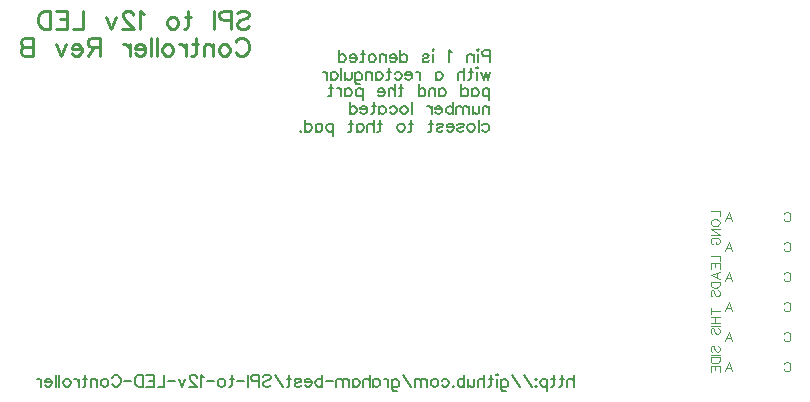
<source format=gbr>
G04 DipTrace 2.4.0.1*
%INBottomSilk.gbr*%
%MOMM*%
%ADD88C,0.157*%
%ADD89C,0.235*%
%ADD90C,0.118*%
%FSLAX53Y53*%
G04*
G71*
G90*
G75*
G01*
%LNBotSilk*%
%LPD*%
X74436Y26011D2*
D90*
X75202D1*
Y25574D1*
X74436Y25120D2*
X74473Y25193D1*
X74546Y25265D1*
X74618Y25303D1*
X74728Y25339D1*
X74911D1*
X75019Y25303D1*
X75092Y25265D1*
X75165Y25193D1*
X75202Y25120D1*
Y24974D1*
X75165Y24902D1*
X75092Y24828D1*
X75019Y24792D1*
X74911Y24756D1*
X74728D1*
X74618Y24792D1*
X74546Y24828D1*
X74473Y24902D1*
X74436Y24974D1*
Y25120D1*
Y24010D2*
X75202D1*
X74436Y24521D1*
X75202D1*
X74618Y23228D2*
X74546Y23264D1*
X74473Y23338D1*
X74436Y23410D1*
Y23556D1*
X74473Y23629D1*
X74546Y23702D1*
X74618Y23739D1*
X74728Y23775D1*
X74911D1*
X75019Y23739D1*
X75092Y23702D1*
X75165Y23629D1*
X75202Y23556D1*
Y23410D1*
X75165Y23338D1*
X75092Y23264D1*
X75019Y23228D1*
X74911D1*
Y23410D1*
X74436Y22252D2*
X75202D1*
Y21815D1*
X74436Y21106D2*
Y21580D1*
X75202D1*
Y21106D1*
X74801Y21580D2*
Y21288D1*
X75202Y20287D2*
X74436Y20580D1*
X75202Y20871D1*
X74947Y20762D2*
Y20397D1*
X74436Y20052D2*
X75202D1*
Y19797D1*
X75165Y19687D1*
X75092Y19614D1*
X75019Y19578D1*
X74911Y19542D1*
X74728D1*
X74618Y19578D1*
X74546Y19614D1*
X74473Y19687D1*
X74436Y19797D1*
Y20052D1*
X74546Y18796D2*
X74473Y18868D1*
X74436Y18978D1*
Y19124D1*
X74473Y19233D1*
X74546Y19306D1*
X74618D1*
X74692Y19269D1*
X74728Y19233D1*
X74764Y19161D1*
X74837Y18942D1*
X74873Y18868D1*
X74911Y18832D1*
X74983Y18796D1*
X75092D1*
X75165Y18868D1*
X75202Y18978D1*
Y19124D1*
X75165Y19233D1*
X75092Y19306D1*
X74436Y17565D2*
X75202D1*
X74436Y17820D2*
Y17309D1*
Y17074D2*
X75202D1*
X74436Y16564D2*
X75202D1*
X74801Y17074D2*
Y16564D1*
X74436Y16328D2*
X75202D1*
X74546Y15583D2*
X74473Y15655D1*
X74436Y15765D1*
Y15910D1*
X74473Y16020D1*
X74546Y16093D1*
X74618D1*
X74692Y16056D1*
X74728Y16020D1*
X74764Y15947D1*
X74837Y15728D1*
X74873Y15655D1*
X74911Y15619D1*
X74983Y15583D1*
X75092D1*
X75165Y15655D1*
X75202Y15765D1*
Y15910D1*
X75165Y16020D1*
X75092Y16093D1*
X74546Y14096D2*
X74473Y14169D1*
X74436Y14278D1*
Y14424D1*
X74473Y14533D1*
X74546Y14607D1*
X74618D1*
X74692Y14570D1*
X74728Y14533D1*
X74764Y14461D1*
X74837Y14242D1*
X74873Y14169D1*
X74911Y14133D1*
X74983Y14096D1*
X75092D1*
X75165Y14169D1*
X75202Y14278D1*
Y14424D1*
X75165Y14533D1*
X75092Y14607D1*
X74436Y13861D2*
X75202D1*
X74436Y13626D2*
X75202D1*
Y13371D1*
X75165Y13261D1*
X75092Y13188D1*
X75019Y13152D1*
X74911Y13115D1*
X74728D1*
X74618Y13152D1*
X74546Y13188D1*
X74473Y13261D1*
X74436Y13371D1*
Y13626D1*
Y12407D2*
Y12880D1*
X75202D1*
Y12407D1*
X74801Y12880D2*
Y12589D1*
X34326Y42760D2*
D89*
X34471Y42907D1*
X34690Y42979D1*
X34982D1*
X35201Y42907D1*
X35347Y42760D1*
Y42615D1*
X35273Y42469D1*
X35201Y42396D1*
X35056Y42324D1*
X34618Y42177D1*
X34471Y42105D1*
X34399Y42031D1*
X34326Y41886D1*
Y41667D1*
X34471Y41522D1*
X34690Y41448D1*
X34982D1*
X35201Y41522D1*
X35347Y41667D1*
X33856Y42177D2*
X33199D1*
X32982Y42250D1*
X32907Y42324D1*
X32835Y42469D1*
Y42688D1*
X32907Y42833D1*
X32982Y42907D1*
X33199Y42979D1*
X33856D1*
Y41448D1*
X32364Y42979D2*
Y41448D1*
X30193Y42979D2*
Y41739D1*
X30121Y41522D1*
X29974Y41448D1*
X29830D1*
X30412Y42469D2*
X29902D1*
X28995D2*
X29140Y42396D1*
X29287Y42250D1*
X29359Y42031D1*
Y41886D1*
X29287Y41667D1*
X29140Y41522D1*
X28995Y41448D1*
X28776D1*
X28630Y41522D1*
X28485Y41667D1*
X28411Y41886D1*
Y42031D1*
X28485Y42250D1*
X28630Y42396D1*
X28776Y42469D1*
X28995D1*
X26459Y42686D2*
X26312Y42760D1*
X26093Y42977D1*
Y41448D1*
X25548Y42614D2*
Y42686D1*
X25476Y42833D1*
X25403Y42905D1*
X25257Y42977D1*
X24965D1*
X24821Y42905D1*
X24748Y42833D1*
X24674Y42686D1*
Y42541D1*
X24748Y42395D1*
X24893Y42177D1*
X25622Y41448D1*
X24602D1*
X24131Y42469D2*
X23693Y41448D1*
X23257Y42469D1*
X21305Y42979D2*
Y41448D1*
X20430D1*
X19013Y42979D2*
X19960D1*
Y41448D1*
X19013D1*
X19960Y42250D2*
X19377D1*
X18542Y42979D2*
Y41448D1*
X18032D1*
X17813Y41522D1*
X17666Y41667D1*
X17594Y41813D1*
X17522Y42031D1*
Y42396D1*
X17594Y42615D1*
X17666Y42760D1*
X17813Y42907D1*
X18032Y42979D1*
X18542D1*
X34217Y40315D2*
X34290Y40460D1*
X34436Y40607D1*
X34581Y40679D1*
X34873D1*
X35019Y40607D1*
X35164Y40460D1*
X35238Y40315D1*
X35311Y40096D1*
Y39731D1*
X35238Y39513D1*
X35164Y39367D1*
X35019Y39222D1*
X34873Y39148D1*
X34581D1*
X34436Y39222D1*
X34290Y39367D1*
X34217Y39513D1*
X33383Y40169D2*
X33528Y40096D1*
X33674Y39950D1*
X33747Y39731D1*
Y39586D1*
X33674Y39367D1*
X33528Y39222D1*
X33383Y39148D1*
X33164D1*
X33017Y39222D1*
X32872Y39367D1*
X32798Y39586D1*
Y39731D1*
X32872Y39950D1*
X33017Y40096D1*
X33164Y40169D1*
X33383D1*
X32328D2*
Y39148D1*
Y39877D2*
X32109Y40096D1*
X31962Y40169D1*
X31745D1*
X31598Y40096D1*
X31526Y39877D1*
Y39148D1*
X30836Y40679D2*
Y39439D1*
X30764Y39222D1*
X30617Y39148D1*
X30472D1*
X31055Y40169D2*
X30545D1*
X30002D2*
Y39148D1*
Y39731D2*
X29928Y39950D1*
X29783Y40096D1*
X29636Y40169D1*
X29417D1*
X28583D2*
X28728Y40096D1*
X28874Y39950D1*
X28947Y39731D1*
Y39586D1*
X28874Y39367D1*
X28728Y39222D1*
X28583Y39148D1*
X28364D1*
X28217Y39222D1*
X28072Y39367D1*
X27998Y39586D1*
Y39731D1*
X28072Y39950D1*
X28217Y40096D1*
X28364Y40169D1*
X28583D1*
X27528Y40679D2*
Y39148D1*
X27057Y40679D2*
Y39148D1*
X26586Y39731D2*
X25712D1*
Y39877D1*
X25785Y40024D1*
X25857Y40096D1*
X26004Y40169D1*
X26223D1*
X26367Y40096D1*
X26514Y39950D1*
X26586Y39731D1*
Y39586D1*
X26514Y39367D1*
X26367Y39222D1*
X26223Y39148D1*
X26004D1*
X25857Y39222D1*
X25712Y39367D1*
X25242Y40169D2*
Y39148D1*
Y39731D2*
X25167Y39950D1*
X25023Y40096D1*
X24876Y40169D1*
X24657D1*
X22705Y39950D2*
X22050D1*
X21831Y40024D1*
X21757Y40096D1*
X21684Y40241D1*
Y40388D1*
X21757Y40533D1*
X21831Y40607D1*
X22050Y40679D1*
X22705D1*
Y39148D1*
X22195Y39950D2*
X21684Y39148D1*
X21214Y39731D2*
X20339D1*
Y39877D1*
X20412Y40024D1*
X20484Y40096D1*
X20631Y40169D1*
X20850D1*
X20995Y40096D1*
X21141Y39950D1*
X21214Y39731D1*
Y39586D1*
X21141Y39367D1*
X20995Y39222D1*
X20850Y39148D1*
X20631D1*
X20484Y39222D1*
X20339Y39367D1*
X19869Y40169D2*
X19431Y39148D1*
X18994Y40169D1*
X17042Y40679D2*
Y39148D1*
X16385D1*
X16166Y39222D1*
X16094Y39294D1*
X16022Y39439D1*
Y39658D1*
X16094Y39805D1*
X16166Y39877D1*
X16385Y39950D1*
X16166Y40024D1*
X16094Y40096D1*
X16022Y40241D1*
Y40388D1*
X16094Y40533D1*
X16166Y40607D1*
X16385Y40679D1*
X17042D1*
Y39950D2*
X16385D1*
X62847Y12151D2*
D88*
Y11131D1*
Y11617D2*
X62701Y11763D1*
X62604Y11811D1*
X62458D1*
X62361Y11763D1*
X62313Y11617D1*
Y11131D1*
X61853Y12151D2*
Y11325D1*
X61805Y11180D1*
X61707Y11131D1*
X61611D1*
X61999Y11811D2*
X61659D1*
X61151Y12151D2*
Y11325D1*
X61103Y11180D1*
X61005Y11131D1*
X60908D1*
X61297Y11811D2*
X60957D1*
X60595D2*
Y10790D1*
Y11665D2*
X60497Y11762D1*
X60400Y11811D1*
X60254D1*
X60157Y11762D1*
X60060Y11665D1*
X60011Y11519D1*
Y11421D1*
X60060Y11277D1*
X60157Y11179D1*
X60254Y11131D1*
X60400D1*
X60497Y11179D1*
X60595Y11277D1*
X59647Y11811D2*
X59697Y11762D1*
X59647Y11713D1*
X59599Y11762D1*
X59647Y11811D1*
Y11228D2*
X59697Y11179D1*
X59647Y11131D1*
X59599Y11179D1*
X59647Y11228D1*
X59285Y11131D2*
X58605Y12150D1*
X58291Y11131D2*
X57610Y12150D1*
X56714Y11763D2*
Y10985D1*
X56762Y10840D1*
X56810Y10790D1*
X56908Y10742D1*
X57054D1*
X57151Y10790D1*
X56714Y11617D2*
X56810Y11713D1*
X56908Y11763D1*
X57054D1*
X57151Y11713D1*
X57248Y11617D1*
X57297Y11471D1*
Y11373D1*
X57248Y11228D1*
X57151Y11131D1*
X57054Y11082D1*
X56908D1*
X56810Y11131D1*
X56714Y11228D1*
X56400Y12151D2*
X56352Y12103D1*
X56302Y12151D1*
X56352Y12201D1*
X56400Y12151D1*
X56352Y11811D2*
Y11131D1*
X55843Y12151D2*
Y11325D1*
X55794Y11180D1*
X55697Y11131D1*
X55600D1*
X55989Y11811D2*
X55648D1*
X55286Y12151D2*
Y11131D1*
Y11617D2*
X55140Y11763D1*
X55043Y11811D1*
X54897D1*
X54800Y11763D1*
X54752Y11617D1*
Y11131D1*
X54438Y11811D2*
Y11325D1*
X54390Y11180D1*
X54292Y11131D1*
X54146D1*
X54049Y11180D1*
X53903Y11325D1*
Y11811D2*
Y11131D1*
X53590Y12151D2*
Y11131D1*
Y11665D2*
X53492Y11763D1*
X53395Y11811D1*
X53249D1*
X53153Y11763D1*
X53055Y11665D1*
X53007Y11519D1*
Y11423D1*
X53055Y11277D1*
X53153Y11180D1*
X53249Y11131D1*
X53395D1*
X53492Y11180D1*
X53590Y11277D1*
X52645Y11228D2*
X52693Y11179D1*
X52645Y11131D1*
X52595Y11179D1*
X52645Y11228D1*
X51698Y11665D2*
X51795Y11763D1*
X51893Y11811D1*
X52038D1*
X52136Y11763D1*
X52232Y11665D1*
X52282Y11519D1*
Y11423D1*
X52232Y11277D1*
X52136Y11180D1*
X52038Y11131D1*
X51893D1*
X51795Y11180D1*
X51698Y11277D1*
X51141Y11811D2*
X51238Y11763D1*
X51336Y11665D1*
X51384Y11519D1*
Y11423D1*
X51336Y11277D1*
X51238Y11180D1*
X51141Y11131D1*
X50995D1*
X50898Y11180D1*
X50801Y11277D1*
X50752Y11423D1*
Y11519D1*
X50801Y11665D1*
X50898Y11763D1*
X50995Y11811D1*
X51141D1*
X50438D2*
Y11131D1*
Y11617D2*
X50292Y11763D1*
X50194Y11811D1*
X50049D1*
X49952Y11763D1*
X49903Y11617D1*
Y11131D1*
Y11617D2*
X49757Y11763D1*
X49660Y11811D1*
X49515D1*
X49417Y11763D1*
X49368Y11617D1*
Y11131D1*
X49054D2*
X48373Y12150D1*
X47477Y11763D2*
Y10985D1*
X47525Y10840D1*
X47573Y10790D1*
X47671Y10742D1*
X47817D1*
X47914Y10790D1*
X47477Y11617D2*
X47573Y11713D1*
X47671Y11763D1*
X47817D1*
X47914Y11713D1*
X48011Y11617D1*
X48060Y11471D1*
Y11373D1*
X48011Y11228D1*
X47914Y11131D1*
X47817Y11082D1*
X47671D1*
X47573Y11131D1*
X47477Y11228D1*
X47163Y11811D2*
Y11131D1*
Y11519D2*
X47114Y11665D1*
X47017Y11763D1*
X46919Y11811D1*
X46773D1*
X45877D2*
Y11131D1*
Y11665D2*
X45973Y11763D1*
X46071Y11811D1*
X46216D1*
X46314Y11763D1*
X46410Y11665D1*
X46460Y11519D1*
Y11423D1*
X46410Y11277D1*
X46314Y11180D1*
X46216Y11131D1*
X46071D1*
X45973Y11180D1*
X45877Y11277D1*
X45563Y12151D2*
Y11131D1*
Y11617D2*
X45417Y11763D1*
X45319Y11811D1*
X45173D1*
X45077Y11763D1*
X45028Y11617D1*
Y11131D1*
X44132Y11811D2*
Y11131D1*
Y11665D2*
X44228Y11763D1*
X44326Y11811D1*
X44471D1*
X44569Y11763D1*
X44665Y11665D1*
X44715Y11519D1*
Y11423D1*
X44665Y11277D1*
X44569Y11180D1*
X44471Y11131D1*
X44326D1*
X44228Y11180D1*
X44132Y11277D1*
X43818Y11811D2*
Y11131D1*
Y11617D2*
X43672Y11763D1*
X43574Y11811D1*
X43430D1*
X43332Y11763D1*
X43284Y11617D1*
Y11131D1*
Y11617D2*
X43138Y11763D1*
X43040Y11811D1*
X42895D1*
X42797Y11763D1*
X42748Y11617D1*
Y11131D1*
X42434Y11640D2*
X41873D1*
X41559Y12151D2*
Y11131D1*
Y11665D2*
X41461Y11763D1*
X41365Y11811D1*
X41219D1*
X41122Y11763D1*
X41024Y11665D1*
X40976Y11519D1*
Y11423D1*
X41024Y11277D1*
X41122Y11180D1*
X41219Y11131D1*
X41365D1*
X41461Y11180D1*
X41559Y11277D1*
X40662Y11519D2*
X40079D1*
Y11617D1*
X40128Y11715D1*
X40176Y11763D1*
X40274Y11811D1*
X40420D1*
X40516Y11763D1*
X40614Y11665D1*
X40662Y11519D1*
Y11423D1*
X40614Y11277D1*
X40516Y11180D1*
X40420Y11131D1*
X40274D1*
X40176Y11180D1*
X40079Y11277D1*
X39231Y11665D2*
X39279Y11763D1*
X39425Y11811D1*
X39571D1*
X39717Y11763D1*
X39766Y11665D1*
X39717Y11569D1*
X39620Y11519D1*
X39377Y11471D1*
X39279Y11423D1*
X39231Y11325D1*
Y11277D1*
X39279Y11180D1*
X39425Y11131D1*
X39571D1*
X39717Y11180D1*
X39766Y11277D1*
X38771Y12151D2*
Y11325D1*
X38723Y11180D1*
X38625Y11131D1*
X38529D1*
X38917Y11811D2*
X38577D1*
X38215Y11131D2*
X37534Y12150D1*
X36540Y12005D2*
X36637Y12103D1*
X36783Y12151D1*
X36977D1*
X37123Y12103D1*
X37221Y12005D1*
Y11909D1*
X37171Y11811D1*
X37123Y11763D1*
X37026Y11715D1*
X36734Y11617D1*
X36637Y11569D1*
X36588Y11519D1*
X36540Y11423D1*
Y11277D1*
X36637Y11180D1*
X36783Y11131D1*
X36977D1*
X37123Y11180D1*
X37221Y11277D1*
X36226Y11617D2*
X35788D1*
X35644Y11665D1*
X35594Y11715D1*
X35546Y11811D1*
Y11957D1*
X35594Y12054D1*
X35644Y12103D1*
X35788Y12151D1*
X36226D1*
Y11131D1*
X35232Y12151D2*
Y11131D1*
X34918Y11640D2*
X34357D1*
X33897Y12151D2*
Y11325D1*
X33849Y11180D1*
X33751Y11131D1*
X33655D1*
X34043Y11811D2*
X33703D1*
X33098D2*
X33195Y11763D1*
X33292Y11665D1*
X33341Y11519D1*
Y11423D1*
X33292Y11277D1*
X33195Y11180D1*
X33098Y11131D1*
X32952D1*
X32854Y11180D1*
X32758Y11277D1*
X32708Y11423D1*
Y11519D1*
X32758Y11665D1*
X32854Y11763D1*
X32952Y11811D1*
X33098D1*
X32395Y11640D2*
X31833D1*
X31519Y11956D2*
X31422Y12005D1*
X31276Y12150D1*
Y11131D1*
X30913Y11908D2*
Y11956D1*
X30864Y12054D1*
X30816Y12102D1*
X30718Y12150D1*
X30524D1*
X30427Y12102D1*
X30379Y12054D1*
X30330Y11956D1*
Y11859D1*
X30379Y11762D1*
X30476Y11617D1*
X30962Y11131D1*
X30281D1*
X29968Y11811D2*
X29676Y11131D1*
X29385Y11811D1*
X29071Y11640D2*
X28510D1*
X28196Y12151D2*
Y11131D1*
X27613D1*
X26668Y12151D2*
X27299D1*
Y11131D1*
X26668D1*
X27299Y11665D2*
X26911D1*
X26354Y12151D2*
Y11131D1*
X26014D1*
X25868Y11180D1*
X25770Y11277D1*
X25722Y11374D1*
X25674Y11519D1*
Y11763D1*
X25722Y11909D1*
X25770Y12005D1*
X25868Y12103D1*
X26014Y12151D1*
X26354D1*
X25360Y11640D2*
X24799D1*
X23756Y11909D2*
X23804Y12005D1*
X23902Y12103D1*
X23999Y12151D1*
X24193D1*
X24291Y12103D1*
X24387Y12005D1*
X24437Y11909D1*
X24485Y11763D1*
Y11519D1*
X24437Y11374D1*
X24387Y11277D1*
X24291Y11180D1*
X24193Y11131D1*
X23999D1*
X23902Y11180D1*
X23804Y11277D1*
X23756Y11374D1*
X23200Y11811D2*
X23296Y11763D1*
X23394Y11665D1*
X23442Y11519D1*
Y11423D1*
X23394Y11277D1*
X23296Y11180D1*
X23200Y11131D1*
X23054D1*
X22956Y11180D1*
X22859Y11277D1*
X22810Y11423D1*
Y11519D1*
X22859Y11665D1*
X22956Y11763D1*
X23054Y11811D1*
X23200D1*
X22496D2*
Y11131D1*
Y11617D2*
X22350Y11763D1*
X22252Y11811D1*
X22108D1*
X22010Y11763D1*
X21962Y11617D1*
Y11131D1*
X21502Y12151D2*
Y11325D1*
X21454Y11180D1*
X21356Y11131D1*
X21259D1*
X21648Y11811D2*
X21308D1*
X20946D2*
Y11131D1*
Y11519D2*
X20896Y11665D1*
X20800Y11763D1*
X20702Y11811D1*
X20556D1*
X20000D2*
X20096Y11763D1*
X20194Y11665D1*
X20242Y11519D1*
Y11423D1*
X20194Y11277D1*
X20096Y11180D1*
X20000Y11131D1*
X19854D1*
X19756Y11180D1*
X19659Y11277D1*
X19610Y11423D1*
Y11519D1*
X19659Y11665D1*
X19756Y11763D1*
X19854Y11811D1*
X20000D1*
X19296Y12151D2*
Y11131D1*
X18982Y12151D2*
Y11131D1*
X18669Y11519D2*
X18086D1*
Y11617D1*
X18134Y11715D1*
X18182Y11763D1*
X18280Y11811D1*
X18426D1*
X18523Y11763D1*
X18620Y11665D1*
X18669Y11519D1*
Y11423D1*
X18620Y11277D1*
X18523Y11180D1*
X18426Y11131D1*
X18280D1*
X18182Y11180D1*
X18086Y11277D1*
X17772Y11811D2*
Y11131D1*
Y11519D2*
X17723Y11665D1*
X17626Y11763D1*
X17528Y11811D1*
X17382D1*
X55786Y39117D2*
X55348D1*
X55203Y39165D1*
X55153Y39215D1*
X55105Y39311D1*
Y39457D1*
X55153Y39554D1*
X55203Y39603D1*
X55348Y39651D1*
X55786D1*
Y38631D1*
X54791Y39651D2*
X54743Y39603D1*
X54694Y39651D1*
X54743Y39701D1*
X54791Y39651D1*
X54743Y39311D2*
Y38631D1*
X54380Y39311D2*
Y38631D1*
Y39117D2*
X54234Y39263D1*
X54136Y39311D1*
X53991D1*
X53894Y39263D1*
X53845Y39117D1*
Y38631D1*
X52544Y39456D2*
X52446Y39505D1*
X52300Y39650D1*
Y38631D1*
X50999Y39651D2*
X50951Y39603D1*
X50901Y39651D1*
X50951Y39701D1*
X50999Y39651D1*
X50951Y39311D2*
Y38631D1*
X50053Y39165D2*
X50101Y39263D1*
X50247Y39311D1*
X50393D1*
X50539Y39263D1*
X50588Y39165D1*
X50539Y39069D1*
X50442Y39019D1*
X50199Y38971D1*
X50101Y38923D1*
X50053Y38825D1*
Y38777D1*
X50101Y38680D1*
X50247Y38631D1*
X50393D1*
X50539Y38680D1*
X50588Y38777D1*
X48169Y39651D2*
Y38631D1*
Y39165D2*
X48265Y39263D1*
X48363Y39311D1*
X48509D1*
X48606Y39263D1*
X48703Y39165D1*
X48752Y39019D1*
Y38923D1*
X48703Y38777D1*
X48606Y38680D1*
X48509Y38631D1*
X48363D1*
X48265Y38680D1*
X48169Y38777D1*
X47855Y39019D2*
X47272D1*
Y39117D1*
X47321Y39215D1*
X47369Y39263D1*
X47467Y39311D1*
X47613D1*
X47709Y39263D1*
X47807Y39165D1*
X47855Y39019D1*
Y38923D1*
X47807Y38777D1*
X47709Y38680D1*
X47613Y38631D1*
X47467D1*
X47369Y38680D1*
X47272Y38777D1*
X46958Y39311D2*
Y38631D1*
Y39117D2*
X46812Y39263D1*
X46715Y39311D1*
X46570D1*
X46472Y39263D1*
X46424Y39117D1*
Y38631D1*
X45868Y39311D2*
X45964Y39263D1*
X46062Y39165D1*
X46110Y39019D1*
Y38923D1*
X46062Y38777D1*
X45964Y38680D1*
X45868Y38631D1*
X45722D1*
X45624Y38680D1*
X45527Y38777D1*
X45478Y38923D1*
Y39019D1*
X45527Y39165D1*
X45624Y39263D1*
X45722Y39311D1*
X45868D1*
X45018Y39651D2*
Y38825D1*
X44970Y38680D1*
X44872Y38631D1*
X44776D1*
X45164Y39311D2*
X44824D1*
X44462Y39019D2*
X43879D1*
Y39117D1*
X43927Y39215D1*
X43976Y39263D1*
X44073Y39311D1*
X44219D1*
X44316Y39263D1*
X44414Y39165D1*
X44462Y39019D1*
Y38923D1*
X44414Y38777D1*
X44316Y38680D1*
X44219Y38631D1*
X44073D1*
X43976Y38680D1*
X43879Y38777D1*
X42982Y39651D2*
Y38631D1*
Y39165D2*
X43079Y39263D1*
X43177Y39311D1*
X43323D1*
X43419Y39263D1*
X43517Y39165D1*
X43565Y39019D1*
Y38923D1*
X43517Y38777D1*
X43419Y38680D1*
X43323Y38631D1*
X43177D1*
X43079Y38680D1*
X42982Y38777D1*
X55797Y37811D2*
X55603Y37131D1*
X55408Y37811D1*
X55214Y37131D1*
X55020Y37811D1*
X54706Y38151D2*
X54658Y38103D1*
X54608Y38151D1*
X54658Y38201D1*
X54706Y38151D1*
X54658Y37811D2*
Y37131D1*
X54149Y38151D2*
Y37325D1*
X54100Y37180D1*
X54003Y37131D1*
X53906D1*
X54295Y37811D2*
X53954D1*
X53592Y38151D2*
Y37131D1*
Y37617D2*
X53446Y37763D1*
X53349Y37811D1*
X53203D1*
X53106Y37763D1*
X53058Y37617D1*
Y37131D1*
X51174Y37811D2*
Y37131D1*
Y37665D2*
X51270Y37763D1*
X51368Y37811D1*
X51513D1*
X51610Y37763D1*
X51707Y37665D1*
X51756Y37519D1*
Y37423D1*
X51707Y37277D1*
X51610Y37180D1*
X51513Y37131D1*
X51368D1*
X51270Y37180D1*
X51174Y37277D1*
X49872Y37811D2*
Y37131D1*
Y37519D2*
X49823Y37665D1*
X49726Y37763D1*
X49629Y37811D1*
X49483D1*
X49169Y37519D2*
X48586D1*
Y37617D1*
X48634Y37715D1*
X48683Y37763D1*
X48780Y37811D1*
X48926D1*
X49023Y37763D1*
X49121Y37665D1*
X49169Y37519D1*
Y37423D1*
X49121Y37277D1*
X49023Y37180D1*
X48926Y37131D1*
X48780D1*
X48683Y37180D1*
X48586Y37277D1*
X47688Y37665D2*
X47786Y37763D1*
X47884Y37811D1*
X48029D1*
X48126Y37763D1*
X48223Y37665D1*
X48272Y37519D1*
Y37423D1*
X48223Y37277D1*
X48126Y37180D1*
X48029Y37131D1*
X47884D1*
X47786Y37180D1*
X47688Y37277D1*
X47229Y38151D2*
Y37325D1*
X47180Y37180D1*
X47083Y37131D1*
X46986D1*
X47375Y37811D2*
X47034D1*
X46089D2*
Y37131D1*
Y37665D2*
X46186Y37763D1*
X46284Y37811D1*
X46429D1*
X46526Y37763D1*
X46623Y37665D1*
X46672Y37519D1*
Y37423D1*
X46623Y37277D1*
X46526Y37180D1*
X46429Y37131D1*
X46284D1*
X46186Y37180D1*
X46089Y37277D1*
X45776Y37811D2*
Y37131D1*
Y37617D2*
X45630Y37763D1*
X45532Y37811D1*
X45387D1*
X45289Y37763D1*
X45241Y37617D1*
Y37131D1*
X44344Y37763D2*
Y36985D1*
X44393Y36840D1*
X44441Y36790D1*
X44539Y36742D1*
X44685D1*
X44781Y36790D1*
X44344Y37617D2*
X44441Y37713D1*
X44539Y37763D1*
X44685D1*
X44781Y37713D1*
X44879Y37617D1*
X44927Y37471D1*
Y37373D1*
X44879Y37228D1*
X44781Y37131D1*
X44685Y37082D1*
X44539D1*
X44441Y37131D1*
X44344Y37228D1*
X44031Y37811D2*
Y37325D1*
X43982Y37180D1*
X43885Y37131D1*
X43739D1*
X43642Y37180D1*
X43496Y37325D1*
Y37811D2*
Y37131D1*
X43182Y38151D2*
Y37131D1*
X42286Y37811D2*
Y37131D1*
Y37665D2*
X42382Y37763D1*
X42480Y37811D1*
X42625D1*
X42723Y37763D1*
X42819Y37665D1*
X42869Y37519D1*
Y37423D1*
X42819Y37277D1*
X42723Y37180D1*
X42625Y37131D1*
X42480D1*
X42382Y37180D1*
X42286Y37277D1*
X41972Y37811D2*
Y37131D1*
Y37519D2*
X41923Y37665D1*
X41826Y37763D1*
X41728Y37811D1*
X41582D1*
X55711Y36411D2*
Y35390D1*
Y36265D2*
X55613Y36362D1*
X55517Y36411D1*
X55371D1*
X55273Y36362D1*
X55177Y36265D1*
X55127Y36119D1*
Y36021D1*
X55177Y35877D1*
X55273Y35779D1*
X55371Y35731D1*
X55517D1*
X55613Y35779D1*
X55711Y35877D1*
X54230Y36411D2*
Y35731D1*
Y36265D2*
X54327Y36363D1*
X54425Y36411D1*
X54570D1*
X54667Y36363D1*
X54764Y36265D1*
X54813Y36119D1*
Y36023D1*
X54764Y35877D1*
X54667Y35780D1*
X54570Y35731D1*
X54425D1*
X54327Y35780D1*
X54230Y35877D1*
X53334Y36751D2*
Y35731D1*
Y36265D2*
X53430Y36363D1*
X53528Y36411D1*
X53674D1*
X53771Y36363D1*
X53868Y36265D1*
X53917Y36119D1*
Y36023D1*
X53868Y35877D1*
X53771Y35780D1*
X53674Y35731D1*
X53528D1*
X53430Y35780D1*
X53334Y35877D1*
X51450Y36411D2*
Y35731D1*
Y36265D2*
X51546Y36363D1*
X51644Y36411D1*
X51789D1*
X51887Y36363D1*
X51983Y36265D1*
X52033Y36119D1*
Y36023D1*
X51983Y35877D1*
X51887Y35780D1*
X51789Y35731D1*
X51644D1*
X51546Y35780D1*
X51450Y35877D1*
X51136Y36411D2*
Y35731D1*
Y36217D2*
X50990Y36363D1*
X50892Y36411D1*
X50747D1*
X50650Y36363D1*
X50601Y36217D1*
Y35731D1*
X49705Y36751D2*
Y35731D1*
Y36265D2*
X49801Y36363D1*
X49899Y36411D1*
X50045D1*
X50142Y36363D1*
X50239Y36265D1*
X50288Y36119D1*
Y36023D1*
X50239Y35877D1*
X50142Y35780D1*
X50045Y35731D1*
X49899D1*
X49801Y35780D1*
X49705Y35877D1*
X48258Y36751D2*
Y35925D1*
X48209Y35780D1*
X48112Y35731D1*
X48015D1*
X48404Y36411D2*
X48063D1*
X47701Y36751D2*
Y35731D1*
Y36217D2*
X47555Y36363D1*
X47457Y36411D1*
X47311D1*
X47215Y36363D1*
X47167Y36217D1*
Y35731D1*
X46853Y36119D2*
X46270D1*
Y36217D1*
X46318Y36315D1*
X46367Y36363D1*
X46464Y36411D1*
X46610D1*
X46707Y36363D1*
X46805Y36265D1*
X46853Y36119D1*
Y36023D1*
X46805Y35877D1*
X46707Y35780D1*
X46610Y35731D1*
X46464D1*
X46367Y35780D1*
X46270Y35877D1*
X44969Y36411D2*
Y35390D1*
Y36265D2*
X44871Y36362D1*
X44774Y36411D1*
X44628D1*
X44531Y36362D1*
X44434Y36265D1*
X44385Y36119D1*
Y36021D1*
X44434Y35877D1*
X44531Y35779D1*
X44628Y35731D1*
X44774D1*
X44871Y35779D1*
X44969Y35877D1*
X43488Y36411D2*
Y35731D1*
Y36265D2*
X43585Y36363D1*
X43682Y36411D1*
X43827D1*
X43925Y36363D1*
X44022Y36265D1*
X44071Y36119D1*
Y36023D1*
X44022Y35877D1*
X43925Y35780D1*
X43827Y35731D1*
X43682D1*
X43585Y35780D1*
X43488Y35877D1*
X43174Y36411D2*
Y35731D1*
Y36119D2*
X43125Y36265D1*
X43028Y36363D1*
X42931Y36411D1*
X42785D1*
X42325Y36751D2*
Y35925D1*
X42277Y35780D1*
X42179Y35731D1*
X42082D1*
X42471Y36411D2*
X42131D1*
X55683Y34911D2*
Y34231D1*
Y34717D2*
X55537Y34863D1*
X55439Y34911D1*
X55294D1*
X55197Y34863D1*
X55148Y34717D1*
Y34231D1*
X54835Y34911D2*
Y34425D1*
X54786Y34280D1*
X54689Y34231D1*
X54543D1*
X54446Y34280D1*
X54300Y34425D1*
Y34911D2*
Y34231D1*
X53986Y34911D2*
Y34231D1*
Y34717D2*
X53840Y34863D1*
X53743Y34911D1*
X53598D1*
X53500Y34863D1*
X53452Y34717D1*
Y34231D1*
Y34717D2*
X53306Y34863D1*
X53208Y34911D1*
X53063D1*
X52966Y34863D1*
X52916Y34717D1*
Y34231D1*
X52602Y35251D2*
Y34231D1*
Y34765D2*
X52505Y34863D1*
X52408Y34911D1*
X52262D1*
X52166Y34863D1*
X52068Y34765D1*
X52020Y34619D1*
Y34523D1*
X52068Y34377D1*
X52166Y34280D1*
X52262Y34231D1*
X52408D1*
X52505Y34280D1*
X52602Y34377D1*
X51706Y34619D2*
X51123D1*
Y34717D1*
X51171Y34815D1*
X51220Y34863D1*
X51317Y34911D1*
X51463D1*
X51560Y34863D1*
X51658Y34765D1*
X51706Y34619D1*
Y34523D1*
X51658Y34377D1*
X51560Y34280D1*
X51463Y34231D1*
X51317D1*
X51220Y34280D1*
X51123Y34377D1*
X50809Y34911D2*
Y34231D1*
Y34619D2*
X50760Y34765D1*
X50663Y34863D1*
X50566Y34911D1*
X50420D1*
X49118Y35251D2*
Y34231D1*
X48562Y34911D2*
X48659Y34863D1*
X48756Y34765D1*
X48805Y34619D1*
Y34523D1*
X48756Y34377D1*
X48659Y34280D1*
X48562Y34231D1*
X48416D1*
X48318Y34280D1*
X48222Y34377D1*
X48172Y34523D1*
Y34619D1*
X48222Y34765D1*
X48318Y34863D1*
X48416Y34911D1*
X48562D1*
X47274Y34765D2*
X47372Y34863D1*
X47470Y34911D1*
X47615D1*
X47712Y34863D1*
X47809Y34765D1*
X47858Y34619D1*
Y34523D1*
X47809Y34377D1*
X47712Y34280D1*
X47615Y34231D1*
X47470D1*
X47372Y34280D1*
X47274Y34377D1*
X46378Y34911D2*
Y34231D1*
Y34765D2*
X46474Y34863D1*
X46572Y34911D1*
X46717D1*
X46815Y34863D1*
X46911Y34765D1*
X46961Y34619D1*
Y34523D1*
X46911Y34377D1*
X46815Y34280D1*
X46717Y34231D1*
X46572D1*
X46474Y34280D1*
X46378Y34377D1*
X45918Y35251D2*
Y34425D1*
X45870Y34280D1*
X45772Y34231D1*
X45676D1*
X46064Y34911D2*
X45724D1*
X45362Y34619D2*
X44779D1*
Y34717D1*
X44827Y34815D1*
X44876Y34863D1*
X44973Y34911D1*
X45119D1*
X45216Y34863D1*
X45314Y34765D1*
X45362Y34619D1*
Y34523D1*
X45314Y34377D1*
X45216Y34280D1*
X45119Y34231D1*
X44973D1*
X44876Y34280D1*
X44779Y34377D1*
X43882Y35251D2*
Y34231D1*
Y34765D2*
X43979Y34863D1*
X44077Y34911D1*
X44223D1*
X44319Y34863D1*
X44417Y34765D1*
X44465Y34619D1*
Y34523D1*
X44417Y34377D1*
X44319Y34280D1*
X44223Y34231D1*
X44077D1*
X43979Y34280D1*
X43882Y34377D1*
X55101Y33265D2*
X55198Y33363D1*
X55296Y33411D1*
X55441D1*
X55539Y33363D1*
X55635Y33265D1*
X55685Y33119D1*
Y33023D1*
X55635Y32877D1*
X55539Y32780D1*
X55441Y32731D1*
X55296D1*
X55198Y32780D1*
X55101Y32877D1*
X54787Y33751D2*
Y32731D1*
X54231Y33411D2*
X54327Y33363D1*
X54425Y33265D1*
X54473Y33119D1*
Y33023D1*
X54425Y32877D1*
X54327Y32780D1*
X54231Y32731D1*
X54085D1*
X53987Y32780D1*
X53890Y32877D1*
X53841Y33023D1*
Y33119D1*
X53890Y33265D1*
X53987Y33363D1*
X54085Y33411D1*
X54231D1*
X52993Y33265D2*
X53041Y33363D1*
X53187Y33411D1*
X53333D1*
X53479Y33363D1*
X53527Y33265D1*
X53479Y33169D1*
X53381Y33119D1*
X53139Y33071D1*
X53041Y33023D1*
X52993Y32925D1*
Y32877D1*
X53041Y32780D1*
X53187Y32731D1*
X53333D1*
X53479Y32780D1*
X53527Y32877D1*
X52679Y33119D2*
X52096D1*
Y33217D1*
X52144Y33315D1*
X52193Y33363D1*
X52290Y33411D1*
X52436D1*
X52533Y33363D1*
X52631Y33265D1*
X52679Y33119D1*
Y33023D1*
X52631Y32877D1*
X52533Y32780D1*
X52436Y32731D1*
X52290D1*
X52193Y32780D1*
X52096Y32877D1*
X51248Y33265D2*
X51296Y33363D1*
X51442Y33411D1*
X51588D1*
X51734Y33363D1*
X51782Y33265D1*
X51734Y33169D1*
X51636Y33119D1*
X51394Y33071D1*
X51296Y33023D1*
X51248Y32925D1*
Y32877D1*
X51296Y32780D1*
X51442Y32731D1*
X51588D1*
X51734Y32780D1*
X51782Y32877D1*
X50788Y33751D2*
Y32925D1*
X50740Y32780D1*
X50642Y32731D1*
X50545D1*
X50934Y33411D2*
X50594D1*
X49098Y33751D2*
Y32925D1*
X49050Y32780D1*
X48952Y32731D1*
X48855D1*
X49244Y33411D2*
X48904D1*
X48299D2*
X48396Y33363D1*
X48493Y33265D1*
X48542Y33119D1*
Y33023D1*
X48493Y32877D1*
X48396Y32780D1*
X48299Y32731D1*
X48153D1*
X48055Y32780D1*
X47959Y32877D1*
X47909Y33023D1*
Y33119D1*
X47959Y33265D1*
X48055Y33363D1*
X48153Y33411D1*
X48299D1*
X46462Y33751D2*
Y32925D1*
X46414Y32780D1*
X46316Y32731D1*
X46220D1*
X46608Y33411D2*
X46268D1*
X45906Y33751D2*
Y32731D1*
Y33217D2*
X45760Y33363D1*
X45662Y33411D1*
X45516D1*
X45420Y33363D1*
X45371Y33217D1*
Y32731D1*
X44475Y33411D2*
Y32731D1*
Y33265D2*
X44571Y33363D1*
X44669Y33411D1*
X44814D1*
X44911Y33363D1*
X45008Y33265D1*
X45057Y33119D1*
Y33023D1*
X45008Y32877D1*
X44911Y32780D1*
X44814Y32731D1*
X44669D1*
X44571Y32780D1*
X44475Y32877D1*
X44015Y33751D2*
Y32925D1*
X43967Y32780D1*
X43869Y32731D1*
X43772D1*
X44161Y33411D2*
X43821D1*
X42471D2*
Y32390D1*
Y33265D2*
X42373Y33362D1*
X42277Y33411D1*
X42131D1*
X42033Y33362D1*
X41936Y33265D1*
X41887Y33119D1*
Y33021D1*
X41936Y32877D1*
X42033Y32779D1*
X42131Y32731D1*
X42277D1*
X42373Y32779D1*
X42471Y32877D1*
X40990Y33411D2*
Y32731D1*
Y33265D2*
X41087Y33363D1*
X41185Y33411D1*
X41330D1*
X41427Y33363D1*
X41524Y33265D1*
X41573Y33119D1*
Y33023D1*
X41524Y32877D1*
X41427Y32780D1*
X41330Y32731D1*
X41185D1*
X41087Y32780D1*
X40990Y32877D1*
X40094Y33751D2*
Y32731D1*
Y33265D2*
X40190Y33363D1*
X40288Y33411D1*
X40434D1*
X40531Y33363D1*
X40628Y33265D1*
X40677Y33119D1*
Y33023D1*
X40628Y32877D1*
X40531Y32780D1*
X40434Y32731D1*
X40288D1*
X40190Y32780D1*
X40094Y32877D1*
X39732Y32828D2*
X39780Y32779D1*
X39732Y32731D1*
X39682Y32779D1*
X39732Y32828D1*
X80646Y13046D2*
D90*
X80682Y13119D1*
X80755Y13192D1*
X80827Y13228D1*
X80973D1*
X81046Y13192D1*
X81119Y13119D1*
X81156Y13046D1*
X81192Y12937D1*
Y12754D1*
X81156Y12645D1*
X81119Y12572D1*
X81046Y12500D1*
X80973Y12463D1*
X80827D1*
X80755Y12500D1*
X80682Y12572D1*
X80646Y12645D1*
X75687Y12463D2*
X75979Y13228D1*
X76271Y12463D1*
X76161Y12718D2*
X75796D1*
X80645Y15587D2*
X80681Y15659D1*
X80755Y15732D1*
X80827Y15768D1*
X80973D1*
X81046Y15732D1*
X81119Y15659D1*
X81156Y15587D1*
X81192Y15477D1*
Y15294D1*
X81156Y15186D1*
X81119Y15112D1*
X81046Y15040D1*
X80973Y15003D1*
X80827D1*
X80755Y15040D1*
X80681Y15112D1*
X80645Y15186D1*
X75687Y15003D2*
X75979Y15768D1*
X76270Y15003D1*
X76161Y15258D2*
X75796D1*
X80645Y18127D2*
X80681Y18199D1*
X80755Y18272D1*
X80827Y18309D1*
X80973D1*
X81046Y18272D1*
X81119Y18199D1*
X81156Y18127D1*
X81192Y18017D1*
Y17834D1*
X81156Y17726D1*
X81119Y17653D1*
X81046Y17580D1*
X80973Y17543D1*
X80827D1*
X80755Y17580D1*
X80681Y17653D1*
X80645Y17726D1*
X75687Y17543D2*
X75979Y18309D1*
X76270Y17543D1*
X76161Y17798D2*
X75796D1*
X80645Y20667D2*
X80681Y20739D1*
X80755Y20813D1*
X80827Y20849D1*
X80973D1*
X81046Y20813D1*
X81119Y20739D1*
X81156Y20667D1*
X81192Y20558D1*
Y20375D1*
X81156Y20266D1*
X81119Y20193D1*
X81046Y20120D1*
X80973Y20083D1*
X80827D1*
X80755Y20120D1*
X80681Y20193D1*
X80645Y20266D1*
X75687Y20083D2*
X75979Y20849D1*
X76270Y20083D1*
X76161Y20339D2*
X75796D1*
X80645Y23207D2*
X80681Y23280D1*
X80755Y23353D1*
X80827Y23389D1*
X80973D1*
X81046Y23353D1*
X81119Y23280D1*
X81156Y23207D1*
X81192Y23098D1*
Y22915D1*
X81156Y22806D1*
X81119Y22733D1*
X81046Y22661D1*
X80973Y22624D1*
X80827D1*
X80755Y22661D1*
X80681Y22733D1*
X80645Y22806D1*
X75687Y22624D2*
X75979Y23389D1*
X76270Y22624D1*
X76161Y22879D2*
X75796D1*
X80645Y25748D2*
X80681Y25820D1*
X80755Y25893D1*
X80827Y25930D1*
X80973D1*
X81046Y25893D1*
X81119Y25820D1*
X81156Y25748D1*
X81192Y25638D1*
Y25455D1*
X81156Y25347D1*
X81119Y25273D1*
X81046Y25201D1*
X80973Y25164D1*
X80827D1*
X80755Y25201D1*
X80681Y25273D1*
X80645Y25347D1*
X75687Y25164D2*
X75979Y25930D1*
X76270Y25164D1*
X76161Y25419D2*
X75796D1*
M02*

</source>
